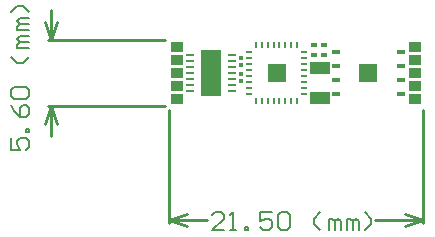
<source format=gtp>
%FSLAX42Y42*%
%MOMM*%
G71*
G01*
G75*
G04 Layer_Color=8421504*
%ADD10C,0.11*%
%ADD11C,0.17*%
%ADD12C,0.14*%
%ADD13C,0.20*%
%ADD14R,1.00X0.82*%
%ADD15R,0.60X0.40*%
%ADD16R,1.70X1.00*%
%ADD17R,0.25X0.50*%
%ADD18R,0.50X0.25*%
%ADD19R,1.50X1.50*%
%ADD20R,0.40X0.40*%
%ADD21R,1.80X4.00*%
%ADD22R,0.70X0.28*%
%ADD23R,0.70X0.40*%
%ADD24C,0.25*%
%ADD25C,0.15*%
%ADD26C,0.35*%
%ADD27R,1.00X1.00*%
%ADD28C,0.25*%
%ADD29C,0.10*%
%ADD30C,0.15*%
D14*
X5135Y7955D02*
D03*
Y8065D02*
D03*
Y8175D02*
D03*
Y8285D02*
D03*
Y8395D02*
D03*
X7145Y7955D02*
D03*
Y8065D02*
D03*
Y8175D02*
D03*
Y8285D02*
D03*
Y8395D02*
D03*
D15*
X6380Y8410D02*
D03*
Y8330D02*
D03*
X6295Y8410D02*
D03*
Y8330D02*
D03*
D16*
X6340Y7965D02*
D03*
Y8215D02*
D03*
D17*
X5800Y8410D02*
D03*
X5850D02*
D03*
X5900D02*
D03*
X5950D02*
D03*
X6000D02*
D03*
X6050D02*
D03*
X6100D02*
D03*
X6150D02*
D03*
Y7940D02*
D03*
X6100D02*
D03*
X6050D02*
D03*
X6000D02*
D03*
X5950D02*
D03*
X5900D02*
D03*
X5850D02*
D03*
X5800D02*
D03*
D18*
X6210Y8350D02*
D03*
Y8300D02*
D03*
Y8250D02*
D03*
Y8200D02*
D03*
Y8150D02*
D03*
Y8100D02*
D03*
Y8050D02*
D03*
Y8000D02*
D03*
X5740D02*
D03*
Y8050D02*
D03*
Y8100D02*
D03*
Y8150D02*
D03*
Y8200D02*
D03*
Y8250D02*
D03*
Y8300D02*
D03*
Y8350D02*
D03*
D19*
X5976Y8173D02*
D03*
X6750Y8175D02*
D03*
D20*
X5675Y8165D02*
D03*
Y8105D02*
D03*
X5675Y8300D02*
D03*
Y8240D02*
D03*
D21*
X5420Y8175D02*
D03*
D22*
X5240Y8325D02*
D03*
Y8275D02*
D03*
Y8225D02*
D03*
Y8175D02*
D03*
Y8125D02*
D03*
Y8075D02*
D03*
Y8025D02*
D03*
X5600D02*
D03*
Y8075D02*
D03*
Y8125D02*
D03*
Y8175D02*
D03*
Y8225D02*
D03*
Y8275D02*
D03*
Y8325D02*
D03*
D23*
X6475Y8355D02*
D03*
Y8235D02*
D03*
Y8115D02*
D03*
Y7995D02*
D03*
X7025D02*
D03*
Y8115D02*
D03*
Y8235D02*
D03*
Y8355D02*
D03*
D24*
X4039Y8455D02*
X5032D01*
X4039Y7895D02*
X5032D01*
X4064Y7641D02*
Y7895D01*
Y8455D02*
Y8709D01*
X4013Y7743D02*
X4064Y7895D01*
X4115Y7743D01*
X4064Y8455D02*
X4115Y8607D01*
X4013D02*
X4064Y8455D01*
X7215Y6909D02*
Y7862D01*
X5065Y6909D02*
Y7862D01*
X6813Y6934D02*
X7215D01*
X5065D02*
X5386D01*
X7063Y6985D02*
X7215Y6934D01*
X7063Y6883D02*
X7215Y6934D01*
X5065D02*
X5217Y6883D01*
X5065Y6934D02*
X5217Y6985D01*
D25*
X3729Y7627D02*
Y7525D01*
X3805D01*
X3780Y7576D01*
Y7601D01*
X3805Y7627D01*
X3856D01*
X3881Y7601D01*
Y7550D01*
X3856Y7525D01*
X3881Y7677D02*
X3856D01*
Y7703D01*
X3881D01*
Y7677D01*
X3729Y7906D02*
X3754Y7855D01*
X3805Y7804D01*
X3856D01*
X3881Y7830D01*
Y7880D01*
X3856Y7906D01*
X3830D01*
X3805Y7880D01*
Y7804D01*
X3754Y7957D02*
X3729Y7982D01*
Y8033D01*
X3754Y8058D01*
X3856D01*
X3881Y8033D01*
Y7982D01*
X3856Y7957D01*
X3754D01*
X3881Y8312D02*
X3830Y8261D01*
X3780D01*
X3729Y8312D01*
X3881Y8388D02*
X3780D01*
Y8414D01*
X3805Y8439D01*
X3881D01*
X3805D01*
X3780Y8464D01*
X3805Y8490D01*
X3881D01*
Y8541D02*
X3780D01*
Y8566D01*
X3805Y8591D01*
X3881D01*
X3805D01*
X3780Y8617D01*
X3805Y8642D01*
X3881D01*
Y8693D02*
X3830Y8744D01*
X3780D01*
X3729Y8693D01*
X5528Y6843D02*
X5426D01*
X5528Y6944D01*
Y6970D01*
X5503Y6995D01*
X5452D01*
X5426Y6970D01*
X5579Y6843D02*
X5630D01*
X5604D01*
Y6995D01*
X5579Y6970D01*
X5706Y6843D02*
Y6868D01*
X5731D01*
Y6843D01*
X5706D01*
X5934Y6995D02*
X5833D01*
Y6919D01*
X5884Y6944D01*
X5909D01*
X5934Y6919D01*
Y6868D01*
X5909Y6843D01*
X5858D01*
X5833Y6868D01*
X5985Y6970D02*
X6010Y6995D01*
X6061D01*
X6087Y6970D01*
Y6868D01*
X6061Y6843D01*
X6010D01*
X5985Y6868D01*
Y6970D01*
X6341Y6843D02*
X6290Y6894D01*
Y6944D01*
X6341Y6995D01*
X6417Y6843D02*
Y6944D01*
X6442D01*
X6468Y6919D01*
Y6843D01*
Y6919D01*
X6493Y6944D01*
X6518Y6919D01*
Y6843D01*
X6569D02*
Y6944D01*
X6594D01*
X6620Y6919D01*
Y6843D01*
Y6919D01*
X6645Y6944D01*
X6671Y6919D01*
Y6843D01*
X6721D02*
X6772Y6894D01*
Y6944D01*
X6721Y6995D01*
M02*

</source>
